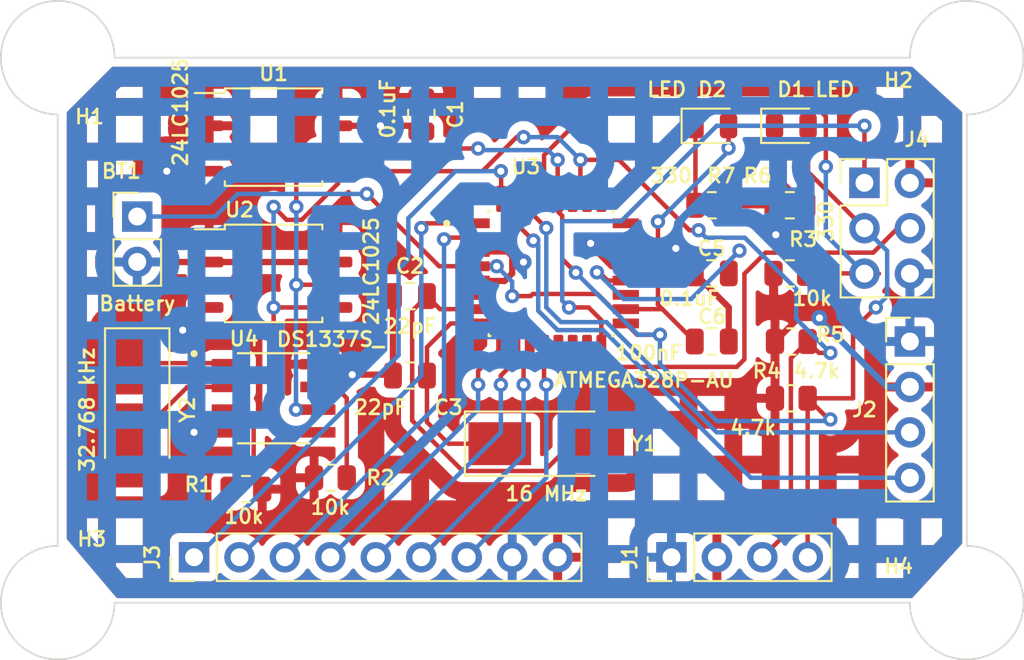
<source format=kicad_pcb>
(kicad_pcb (version 20221018) (generator pcbnew)
  (title_block (title "${project_name}") (date "2023-12-12") (rev "1") (comment 1 "2-Layer PCB version"))
  (layers (0 "F.Cu" mixed) (31 "B.Cu" mixed) (34 "B.Paste" user) (35 "F.Paste" user) (36 "B.SilkS" user "B.Silkscreen") (37 "F.SilkS" user "F.Silkscreen") (38 "B.Mask" user) (39 "F.Mask" user) (44 "Edge.Cuts" user))
  (property "project_name" "MCU Datalogger with memory and clock")
  (net 0 "")
  (net 1 "Net-(BT1-+)")
  (net 2 "GND")
  (net 3 "/Vcc")
  (net 4 "Net-(U3-PB6)")
  (net 5 "Net-(U3-PB7)")
  (net 6 "Net-(U3-AREF)")
  (net 7 "Net-(D1-K)")
  (net 8 "/SCK")
  (net 9 "Net-(D2-K)")
  (net 10 "/SDA")
  (net 11 "/RX")
  (net 12 "/TX")
  (net 13 "/D2")
  (net 14 "/D3")
  (net 15 "/D4")
  (net 16 "/D5")
  (net 17 "/D6")
  (net 18 "/D7")
  (net 19 "/D8")
  (net 20 "/MISO")
  (net 21 "/MOSI")
  (net 22 "/RESET")
  (net 23 "Net-(U4-~{INTA})")
  (net 24 "Net-(U4-SQW{slash}~INT)")
  (net 34 "Net-(U4-X1)")
  (net 35 "Net-(U4-X2)")
  (footprint "Connector_PinHeader_2.54mm:PinHeader_1x04_P2.54mm_Vertical" (layer "F.Cu") (at 255.28 154.94 90)
    (fp_text reference "J1" (at 0 -2.33 90) (layer "F.SilkS") (effects (font (size 0.8 0.8))))
    (fp_text value "Conn_01x04_Pin" hide)
    (pad "1" thru_hole rect (at 0 0 90) (size 1.7 1.7) (drill 1) (layers "*.Cu" "*.Mask") (net 2 "GND"))
    (pad "2" thru_hole oval (at 0 2.54 90) (size 1.7 1.7) (drill 1) (layers "*.Cu" "*.Mask") (net 3 "/Vcc"))
    (pad "3" thru_hole oval (at 0 5.08 90) (size 1.7 1.7) (drill 1) (layers "*.Cu" "*.Mask") (net 10 "/SDA"))
    (pad "4" thru_hole oval (at 0 7.62 90) (size 1.7 1.7) (drill 1) (layers "*.Cu" "*.Mask") (net 8 "/SCK"))
  )
  (footprint "Footprints:SOIC127P600X175-8N" (layer "F.Cu") (at 233.045 146.05)
    (fp_text reference "U4" (at -1.651 -3.332) (layer "F.SilkS") (effects (font (size 0.8 0.8))))
    (fp_text value "DS1337S_" (at 3.175 -3.302) (layer "F.SilkS") (effects (font (size 0.8 0.8))))
    (pad "1" smd roundrect (at -2.475 -1.905) (size 1.97 0.59) (layers "F.Cu" "F.Paste" "F.Mask") (roundrect_rratio 0.07) (net 34 "Net-(U4-X1)"))
    (pad "2" smd roundrect (at -2.475 -0.635) (size 1.97 0.59) (layers "F.Cu" "F.Paste" "F.Mask") (roundrect_rratio 0.07) (net 35 "Net-(U4-X2)"))
    (pad "3" smd roundrect (at -2.475 0.635) (size 1.97 0.59) (layers "F.Cu" "F.Paste" "F.Mask") (roundrect_rratio 0.07) (net 23 "Net-(U4-~{INTA})"))
    (pad "4" smd roundrect (at -2.475 1.905) (size 1.97 0.59) (layers "F.Cu" "F.Paste" "F.Mask") (roundrect_rratio 0.07) (net 2 "GND"))
    (pad "5" smd roundrect (at 2.475 1.905) (size 1.97 0.59) (layers "F.Cu" "F.Paste" "F.Mask") (roundrect_rratio 0.07) (net 10 "/SDA"))
    (pad "6" smd roundrect (at 2.475 0.635) (size 1.97 0.59) (layers "F.Cu" "F.Paste" "F.Mask") (roundrect_rratio 0.07) (net 8 "/SCK"))
    (pad "7" smd roundrect (at 2.475 -0.635) (size 1.97 0.59) (layers "F.Cu" "F.Paste" "F.Mask") (roundrect_rratio 0.07) (net 24 "Net-(U4-SQW{slash}~INT)"))
    (pad "8" smd roundrect (at 2.475 -1.905) (size 1.97 0.59) (layers "F.Cu" "F.Paste" "F.Mask") (roundrect_rratio 0.07) (net 3 "/Vcc"))
  )
  (footprint "Capacitor_SMD:C_0805_2012Metric" (layer "F.Cu") (at 257.5325 139.065)
    (fp_text reference "C5" (at 0 -1.397) (layer "F.SilkS") (effects (font (size 0.8 0.8))))
    (fp_text value "0.1uF" (at -1.2465 1.397) (layer "F.SilkS") (effects (font (size 0.8 0.8))))
    (pad "1" smd roundrect (at -0.95 0) (size 1 1.45) (layers "F.Cu" "F.Paste" "F.Mask") (net 2 "GND"))
    (pad "2" smd roundrect (at 0.95 0) (size 1 1.45) (layers "F.Cu" "F.Paste" "F.Mask") (net 6 "Net-(U3-AREF)"))
  )
  (footprint "Capacitor_SMD:C_0805_2012Metric" (layer "F.Cu") (at 240.665 140.335)
    (fp_text reference "C2" (at 0 -1.68) (layer "F.SilkS") (effects (font (size 0.8 0.8))))
    (fp_text value "22pF" (at 0 1.68) (layer "F.SilkS") (effects (font (size 0.8 0.8))))
    (pad "1" smd roundrect (at -0.95 0) (size 1 1.45) (layers "F.Cu" "F.Paste" "F.Mask") (net 2 "GND"))
    (pad "2" smd roundrect (at 0.95 0) (size 1 1.45) (layers "F.Cu" "F.Paste" "F.Mask") (net 4 "Net-(U3-PB6)"))
  )
  (footprint "Capacitor_SMD:C_0805_2012Metric" (layer "F.Cu") (at 241.3 130.175 -90)
    (fp_text reference "C1" (at 0 -1.905 90) (layer "F.SilkS") (effects (font (size 0.8 0.8))))
    (fp_text value "0.1uF" (at -0.32 1.88 90) (layer "F.SilkS") (effects (font (size 0.8 0.8))))
    (pad "1" smd roundrect (at -0.95 0 270) (size 1 1.45) (layers "F.Cu" "F.Paste" "F.Mask") (net 3 "/Vcc"))
    (pad "2" smd roundrect (at 0.95 0 270) (size 1 1.45) (layers "F.Cu" "F.Paste" "F.Mask") (net 2 "GND"))
  )
  (footprint "Connector_PinHeader_2.54mm:PinHeader_1x09_P2.54mm_Vertical" (layer "F.Cu") (at 228.6 154.94 90)
    (fp_text reference "J3" (at 0 -2.33 90) (layer "F.SilkS") (effects (font (size 0.8 0.8))))
    (fp_text value "Conn_01x09_Pin" hide)
    (pad "1" thru_hole rect (at 0 0 90) (size 1.7 1.7) (drill 1) (layers "*.Cu" "*.Mask") (net 13 "/D2"))
    (pad "2" thru_hole oval (at 0 2.54 90) (size 1.7 1.7) (drill 1) (layers "*.Cu" "*.Mask") (net 14 "/D3"))
    (pad "3" thru_hole oval (at 0 5.08 90) (size 1.7 1.7) (drill 1) (layers "*.Cu" "*.Mask") (net 15 "/D4"))
    (pad "4" thru_hole oval (at 0 7.62 90) (size 1.7 1.7) (drill 1) (layers "*.Cu" "*.Mask") (net 16 "/D5"))
    (pad "5" thru_hole oval (at 0 10.16 90) (size 1.7 1.7) (drill 1) (layers "*.Cu" "*.Mask") (net 17 "/D6"))
    (pad "6" thru_hole oval (at 0 12.7 90) (size 1.7 1.7) (drill 1) (layers "*.Cu" "*.Mask") (net 18 "/D7"))
    (pad "7" thru_hole oval (at 0 15.24 90) (size 1.7 1.7) (drill 1) (layers "*.Cu" "*.Mask") (net 19 "/D8"))
    (pad "8" thru_hole oval (at 0 17.78 90) (size 1.7 1.7) (drill 1) (layers "*.Cu" "*.Mask") (net 2 "GND"))
    (pad "9" thru_hole oval (at 0 20.32 90) (size 1.7 1.7) (drill 1) (layers "*.Cu" "*.Mask") (net 3 "/Vcc"))
  )
  (footprint "Connector_PinHeader_2.54mm:PinHeader_1x04_P2.54mm_Vertical" (layer "F.Cu") (at 268.605 142.875)
    (fp_text reference "J2" (at -2.54 3.81) (layer "F.SilkS") (effects (font (size 0.8 0.8))))
    (fp_text value "Conn_01x04_Pin" hide)
    (pad "1" thru_hole rect (at 0 0) (size 1.7 1.7) (drill 1) (layers "*.Cu" "*.Mask") (net 2 "GND"))
    (pad "2" thru_hole oval (at 0 2.54) (size 1.7 1.7) (drill 1) (layers "*.Cu" "*.Mask") (net 3 "/Vcc"))
    (pad "3" thru_hole oval (at 0 5.08) (size 1.7 1.7) (drill 1) (layers "*.Cu" "*.Mask") (net 11 "/RX"))
    (pad "4" thru_hole oval (at 0 7.62) (size 1.7 1.7) (drill 1) (layers "*.Cu" "*.Mask") (net 12 "/TX"))
  )
  (footprint "Capacitor_SMD:C_0805_2012Metric" (layer "F.Cu") (at 240.665 144.78)
    (fp_text reference "C3" (at 2.159 1.778) (layer "F.SilkS") (effects (font (size 0.8 0.8))))
    (fp_text value "22pF" (at -1.651 1.778) (layer "F.SilkS") (effects (font (size 0.8 0.8))))
    (pad "1" smd roundrect (at -0.95 0) (size 1 1.45) (layers "F.Cu" "F.Paste" "F.Mask") (net 2 "GND"))
    (pad "2" smd roundrect (at 0.95 0) (size 1 1.45) (layers "F.Cu" "F.Paste" "F.Mask") (net 5 "Net-(U3-PB7)"))
  )
  (footprint "MountingHole:MountingHole_2.1mm" (layer "F.Cu") (at 220.98 157.48)
    (fp_text reference "H3" (at 1.905 -3.556) (layer "F.SilkS") (effects (font (size 0.8 0.8))))
    (fp_text value "MountingHole" hide)
    (pad "" np_thru_hole circle (at 0 0) (size 2.1 2.1) (drill 2.1) (layers "*.Cu" "*.Mask"))
  )
  (footprint "Resistor_SMD:R_0805_2012Metric" (layer "F.Cu") (at 257.5325 135.255)
    (fp_text reference "R7" (at 0.5315 -1.651) (layer "F.SilkS") (effects (font (size 0.8 0.8))))
    (fp_text value "330" (at -2.2625 -1.651) (layer "F.SilkS") (effects (font (size 0.8 0.8))))
    (pad "1" smd roundrect (at -0.9125 0) (size 1.025 1.4) (layers "F.Cu" "F.Paste" "F.Mask") (roundrect_rratio 0.243902) (net 9 "Net-(D2-K)"))
    (pad "2" smd roundrect (at 0.9125 0) (size 1.025 1.4) (layers "F.Cu" "F.Paste" "F.Mask") (roundrect_rratio 0.243902) (net 2 "GND"))
  )
  (footprint "Resistor_SMD:R_0805_2012Metric" (layer "F.Cu") (at 236.22 150.495)
    (fp_text reference "R2" (at 2.794 0) (layer "F.SilkS") (effects (font (size 0.8 0.8))))
    (fp_text value "10k" (at 0 1.65) (layer "F.SilkS") (effects (font (size 0.8 0.8))))
    (pad "1" smd roundrect (at -0.9125 0) (size 1.025 1.4) (layers "F.Cu" "F.Paste" "F.Mask") (roundrect_rratio 0.243902) (net 3 "/Vcc"))
    (pad "2" smd roundrect (at 0.9125 0) (size 1.025 1.4) (layers "F.Cu" "F.Paste" "F.Mask") (roundrect_rratio 0.243902) (net 24 "Net-(U4-SQW{slash}~INT)"))
  )
  (footprint "Resistor_SMD:R_0805_2012Metric" (layer "F.Cu") (at 261.9775 146.05)
    (fp_text reference "R4" (at -1.3735 -1.524) (layer "F.SilkS") (effects (font (size 0.8 0.8))))
    (fp_text value "4.7k" (at -2.1355 1.65) (layer "F.SilkS") (effects (font (size 0.8 0.8))))
    (pad "1" smd roundrect (at -0.9125 0) (size 1.025 1.4) (layers "F.Cu" "F.Paste" "F.Mask") (roundrect_rratio 0.243902) (net 3 "/Vcc"))
    (pad "2" smd roundrect (at 0.9125 0) (size 1.025 1.4) (layers "F.Cu" "F.Paste" "F.Mask") (roundrect_rratio 0.243902) (net 8 "/SCK"))
  )
  (footprint "Package_SO:SOIC-8_5.23x5.23mm_P1.27mm" (layer "F.Cu") (at 233.045 139.065)
    (fp_text reference "U2" (at -1.905 -3.56) (layer "F.SilkS") (effects (font (size 0.8 0.8))))
    (fp_text value "24LC1025" (at 5.461 -0.127 90) (layer "F.SilkS") (effects (font (size 0.8 0.8))))
    (pad "1" smd roundrect (at -3.6 -1.905) (size 1.6 0.6) (layers "F.Cu" "F.Paste" "F.Mask") (net 3 "/Vcc"))
    (pad "2" smd roundrect (at -3.6 -0.635) (size 1.6 0.6) (layers "F.Cu" "F.Paste" "F.Mask") (net 2 "GND"))
    (pad "3" smd roundrect (at -3.6 0.635) (size 1.6 0.6) (layers "F.Cu" "F.Paste" "F.Mask") (net 3 "/Vcc"))
    (pad "4" smd roundrect (at -3.6 1.905) (size 1.6 0.6) (layers "F.Cu" "F.Paste" "F.Mask") (net 2 "GND"))
    (pad "5" smd roundrect (at 3.6 1.905) (size 1.6 0.6) (layers "F.Cu" "F.Paste" "F.Mask") (net 10 "/SDA"))
    (pad "6" smd roundrect (at 3.6 0.635) (size 1.6 0.6) (layers "F.Cu" "F.Paste" "F.Mask") (net 8 "/SCK"))
    (pad "7" smd roundrect (at 3.6 -0.635) (size 1.6 0.6) (layers "F.Cu" "F.Paste" "F.Mask") (net 2 "GND"))
    (pad "8" smd roundrect (at 3.6 -1.905) (size 1.6 0.6) (layers "F.Cu" "F.Paste" "F.Mask") (net 3 "/Vcc"))
  )
  (footprint "MountingHole:MountingHole_2.1mm" (layer "F.Cu") (at 271.78 157.48)
    (fp_text reference "H4" (at -3.81 -2.032) (layer "F.SilkS") (effects (font (size 0.8 0.8))))
    (fp_text value "MountingHole" hide)
    (pad "" np_thru_hole circle (at 0 0) (size 2.1 2.1) (drill 2.1) (layers "*.Cu" "*.Mask"))
  )
  (footprint "Connector_PinHeader_2.54mm:PinHeader_1x02_P2.54mm_Vertical" (layer "F.Cu") (at 225.425 135.885)
    (fp_text reference "BT1" (at -0.889 -2.535) (layer "F.SilkS") (effects (font (size 0.8 0.8))))
    (fp_text value "Battery" (at 0 4.87) (layer "F.SilkS") (effects (font (size 0.8 0.8))))
    (pad "1" thru_hole rect (at 0 0) (size 1.7 1.7) (drill 1) (layers "*.Cu" "*.Mask") (net 1 "Net-(BT1-+)"))
    (pad "2" thru_hole oval (at 0 2.54) (size 1.7 1.7) (drill 1) (layers "*.Cu" "*.Mask") (net 2 "GND"))
  )
  (footprint "MountingHole:MountingHole_2.1mm" (layer "F.Cu") (at 220.98 127)
    (fp_text reference "H1" (at 1.778 3.302) (layer "F.SilkS") (effects (font (size 0.8 0.8))))
    (fp_text value "MountingHole" hide)
    (pad "" np_thru_hole circle (at 0 0) (size 2.1 2.1) (drill 2.1) (layers "*.Cu" "*.Mask"))
  )
  (footprint "Resistor_SMD:R_0805_2012Metric" (layer "F.Cu") (at 261.8975 139.065)
    (fp_text reference "R3" (at 0.7385 -1.905) (layer "F.SilkS") (effects (font (size 0.8 0.8))))
    (fp_text value "10k" (at 1.2465 1.397) (layer "F.SilkS") (effects (font (size 0.8 0.8))))
    (pad "1" smd roundrect (at -0.9125 0) (size 1.025 1.4) (layers "F.Cu" "F.Paste" "F.Mask") (roundrect_rratio 0.243902) (net 3 "/Vcc"))
    (pad "2" smd roundrect (at 0.9125 0) (size 1.025 1.4) (layers "F.Cu" "F.Paste" "F.Mask") (roundrect_rratio 0.243902) (net 22 "/RESET"))
  )
  (footprint "Crystal:Crystal_SMD_5032-2Pin_5.0x3.2mm_HandSoldering" (layer "F.Cu") (at 225.425 146.685 -90)
    (fp_text reference "Y2" (at 0 -2.8 90) (layer "F.SilkS") (effects (font (size 0.8 0.8))))
    (fp_text value "32.768 kHz" (at 0 2.8 90) (layer "F.SilkS") (effects (font (size 0.8 0.8))))
    (pad "1" smd rect (at -2.6 0 270) (size 3.5 2.4) (layers "F.Cu" "F.Paste" "F.Mask") (net 34 "Net-(U4-X1)"))
    (pad "2" smd rect (at 2.6 0 270) (size 3.5 2.4) (layers "F.Cu" "F.Paste" "F.Mask") (net 35 "Net-(U4-X2)"))
  )
  (footprint "LED_SMD:LED_0805_2012Metric" (layer "F.Cu") (at 257.5325 130.81)
    (fp_text reference "D2" (at 0.0235 -2.032) (layer "F.SilkS") (effects (font (size 0.8 0.8))))
    (fp_text value "LED" (at -2.5165 -2.032) (layer "F.SilkS") (effects (font (size 0.8 0.8))))
    (pad "1" smd roundrect (at -0.9375 0) (size 0.975 1.4) (layers "F.Cu" "F.Paste" "F.Mask") (net 9 "Net-(D2-K)"))
    (pad "2" smd roundrect (at 0.9375 0) (size 0.975 1.4) (layers "F.Cu" "F.Paste" "F.Mask") (net 1 "Net-(BT1-+)"))
  )
  (footprint "Resistor_SMD:R_0805_2012Metric" (layer "F.Cu") (at 261.8975 135.255)
    (fp_text reference "R6" (at -1.8015 -1.651) (layer "F.SilkS") (effects (font (size 0.8 0.8))))
    (fp_text value "330" (at 2.0085 0.889 -90) (layer "F.SilkS") (effects (font (size 0.8 0.8))))
    (pad "1" smd roundrect (at -0.9125 0) (size 1.025 1.4) (layers "F.Cu" "F.Paste" "F.Mask") (roundrect_rratio 0.243902) (net 2 "GND"))
    (pad "2" smd roundrect (at 0.9125 0) (size 1.025 1.4) (layers "F.Cu" "F.Paste" "F.Mask") (roundrect_rratio 0.243902) (net 7 "Net-(D1-K)"))
  )
  (footprint "Footprints:QFP80P900X900X120-32N" (layer "F.Cu") (at 248.56 139.065)
    (fp_text reference "U3" (at -1.418 -5.969) (layer "F.SilkS") (effects (font (size 0.8 0.8))))
    (fp_text value "ATMEGA328P-AU" (at 5.186 5.969) (layer "F.SilkS") (effects (font (size 0.8 0.8))))
    (pad "1" smd roundrect (at -4.17 -2.8) (size 1.47 0.55) (layers "F.Cu" "F.Paste" "F.Mask") (roundrect_rratio 0.07) (net 14 "/D3"))
    (pad "2" smd roundrect (at -4.17 -2) (size 1.47 0.55) (layers "F.Cu" "F.Paste" "F.Mask") (roundrect_rratio 0.07) (net 15 "/D4"))
    (pad "3" smd roundrect (at -4.17 -1.2) (size 1.47 0.55) (layers "F.Cu" "F.Paste" "F.Mask") (roundrect_rratio 0.07) (net 2 "GND"))
    (pad "4" smd roundrect (at -4.17 -0.4) (size 1.47 0.55) (layers "F.Cu" "F.Paste" "F.Mask") (roundrect_rratio 0.07) (net 1 "Net-(BT1-+)"))
    (pad "5" smd roundrect (at -4.17 0.4) (size 1.47 0.55) (layers "F.Cu" "F.Paste" "F.Mask") (roundrect_rratio 0.07) (net 2 "GND"))
    (pad "6" smd roundrect (at -4.17 1.2) (size 1.47 0.55) (layers "F.Cu" "F.Paste" "F.Mask") (roundrect_rratio 0.07))
    (pad "7" smd roundrect (at -4.17 2) (size 1.47 0.55) (layers "F.Cu" "F.Paste" "F.Mask") (roundrect_rratio 0.07) (net 4 "Net-(U3-PB6)"))
    (pad "8" smd roundrect (at -4.17 2.8) (size 1.47 0.55) (layers "F.Cu" "F.Paste" "F.Mask") (roundrect_rratio 0.07) (net 5 "Net-(U3-PB7)"))
    (pad "9" smd roundrect (at -2.8 4.17) (size 0.55 1.47) (layers "F.Cu" "F.Paste" "F.Mask") (roundrect_rratio 0.18) (net 16 "/D5"))
    (pad "10" smd roundrect (at -2 4.17) (size 0.55 1.47) (layers "F.Cu" "F.Paste" "F.Mask") (roundrect_rratio 0.18) (net 17 "/D6"))
    (pad "11" smd roundrect (at -1.2 4.17) (size 0.55 1.47) (layers "F.Cu" "F.Paste" "F.Mask") (roundrect_rratio 0.18) (net 18 "/D7"))
    (pad "12" smd roundrect (at -0.4 4.17) (size 0.55 1.47) (layers "F.Cu" "F.Paste" "F.Mask") (roundrect_rratio 0.18) (net 19 "/D8"))
    (pad "13" smd roundrect (at 0.4 4.17) (size 0.55 1.47) (layers "F.Cu" "F.Paste" "F.Mask") (roundrect_rratio 0.18))
    (pad "14" smd roundrect (at 1.2 4.17) (size 0.55 1.47) (layers "F.Cu" "F.Paste" "F.Mask") (roundrect_rratio 0.18))
    (pad "15" smd roundrect (at 2 4.17) (size 0.55 1.47) (layers "F.Cu" "F.Paste" "F.Mask") (roundrect_rratio 0.18) (net 21 "/MOSI"))
    (pad "16" smd roundrect (at 2.8 4.17) (size 0.55 1.47) (layers "F.Cu" "F.Paste" "F.Mask") (roundrect_rratio 0.18) (net 20 "/MISO"))
    (pad "17" smd roundrect (at 4.17 2.8) (size 1.47 0.55) (layers "F.Cu" "F.Paste" "F.Mask") (roundrect_rratio 0.07) (net 8 "/SCK"))
    (pad "18" smd roundrect (at 4.17 2) (size 1.47 0.55) (layers "F.Cu" "F.Paste" "F.Mask") (roundrect_rratio 0.07) (net 1 "Net-(BT1-+)"))
    (pad "19" smd roundrect (at 4.17 1.2) (size 1.47 0.55) (layers "F.Cu" "F.Paste" "F.Mask") (roundrect_rratio 0.07))
    (pad "20" smd roundrect (at 4.17 0.4) (size 1.47 0.55) (layers "F.Cu" "F.Paste" "F.Mask") (roundrect_rratio 0.07) (net 6 "Net-(U3-AREF)"))
    (pad "21" smd roundrect (at 4.17 -0.4) (size 1.47 0.55) (layers "F.Cu" "F.Paste" "F.Mask") (roundrect_rratio 0.07) (net 2 "GND"))
    (pad "22" smd roundrect (at 4.17 -1.2) (size 1.47 0.55) (layers "F.Cu" "F.Paste" "F.Mask") (roundrect_rratio 0.07))
    (pad "23" smd roundrect (at 4.17 -2) (size 1.47 0.55) (layers "F.Cu" "F.Paste" "F.Mask") (roundrect_rratio 0.07))
    (pad "24" smd roundrect (at 4.17 -2.8) (size 1.47 0.55) (layers "F.Cu" "F.Paste" "F.Mask") (roundrect_rratio 0.07))
    (pad "25" smd roundrect (at 2.8 -4.17) (size 0.55 1.47) (layers "F.Cu" "F.Paste" "F.Mask") (roundrect_rratio 0.18))
    (pad "26" smd roundrect (at 2 -4.17) (size 0.55 1.47) (layers "F.Cu" "F.Paste" "F.Mask") (roundrect_rratio 0.18))
    (pad "27" smd roundrect (at 1.2 -4.17) (size 0.55 1.47) (layers "F.Cu" "F.Paste" "F.Mask") (roundrect_rratio 0.18) (net 10 "/SDA"))
    (pad "28" smd roundrect (at 0.4 -4.17) (size 0.55 1.47) (layers "F.Cu" "F.Paste" "F.Mask") (roundrect_rratio 0.18) (net 8 "/SCK"))
    (pad "29" smd roundrect (at -0.4 -4.17) (size 0.55 1.47) (layers "F.Cu" "F.Paste" "F.Mask") (roundrect_rratio 0.18) (net 22 "/RESET"))
    (pad "30" smd roundrect (at -1.2 -4.17) (size 0.55 1.47) (layers "F.Cu" "F.Paste" "F.Mask") (roundrect_rratio 0.18) (net 11 "/RX"))
    (pad "31" smd roundrect (at -2 -4.17) (size 0.55 1.47) (layers "F.Cu" "F.Paste" "F.Mask") (roundrect_rratio 0.18) (net 12 "/TX"))
    (pad "32" smd roundrect (at -2.8 -4.17) (size 0.55 1.47) (layers "F.Cu" "F.Paste" "F.Mask") (roundrect_rratio 0.18) (net 13 "/D2"))
  )
  (footprint "Capacitor_SMD:C_0805_2012Metric" (layer "F.Cu") (at 257.5325 142.875)
    (fp_text reference "C6" (at 0.0235 -1.397) (layer "F.SilkS") (effects (font (size 0.8 0.8))))
    (fp_text value "100nF" (at -3.5325 0.635) (layer "F.SilkS") (effects (font (size 0.8 0.8))))
    (pad "1" smd roundrect (at -0.95 0) (size 1 1.45) (layers "F.Cu" "F.Paste" "F.Mask") (net 1 "Net-(BT1-+)"))
    (pad "2" smd roundrect (at 0.95 0) (size 1 1.45) (layers "F.Cu" "F.Paste" "F.Mask") (net 2 "GND"))
  )
  (footprint "Crystal:Crystal_SMD_5032-2Pin_5.0x3.2mm_HandSoldering" (layer "F.Cu") (at 248.285 148.59)
    (fp_text reference "Y1" (at 5.461 0) (layer "F.SilkS") (effects (font (size 0.8 0.8))))
    (fp_text value "16 MHz" (at 0 2.8) (layer "F.SilkS") (effects (font (size 0.8 0.8))))
    (pad "1" smd rect (at -2.6 0) (size 3.5 2.4) (layers "F.Cu" "F.Paste" "F.Mask") (net 5 "Net-(U3-PB7)"))
    (pad "2" smd rect (at 2.6 0) (size 3.5 2.4) (layers "F.Cu" "F.Paste" "F.Mask") (net 4 "Net-(U3-PB6)"))
  )
  (footprint "Resistor_SMD:R_0805_2012Metric" (layer "F.Cu") (at 261.9775 142.875)
    (fp_text reference "R5" (at 2.1825 -0.381) (layer "F.SilkS") (effects (font (size 0.8 0.8))))
    (fp_text value "4.7k" (at 1.4205 1.651) (layer "F.SilkS") (effects (font (size 0.8 0.8))))
    (pad "1" smd roundrect (at -0.9125 0) (size 1.025 1.4) (layers "F.Cu" "F.Paste" "F.Mask") (roundrect_rratio 0.243902) (net 3 "/Vcc"))
    (pad "2" smd roundrect (at 0.9125 0) (size 1.025 1.4) (layers "F.Cu" "F.Paste" "F.Mask") (roundrect_rratio 0.243902) (net 10 "/SDA"))
  )
  (footprint "MountingHole:MountingHole_2.1mm" (layer "F.Cu") (at 271.78 127)
    (fp_text reference "H2" (at -3.81 1.27) (layer "F.SilkS") (effects (font (size 0.8 0.8))))
    (fp_text value "MountingHole" hide)
    (pad "" np_thru_hole circle (at 0 0) (size 2.1 2.1) (drill 2.1) (layers "*.Cu" "*.Mask"))
  )
  (footprint "Package_SO:SOIC-8_5.23x5.23mm_P1.27mm" (layer "F.Cu") (at 233.045 131.445)
    (fp_text reference "U1" (at 0 -3.56) (layer "F.SilkS") (effects (font (size 0.8 0.8))))
    (fp_text value "24LC1025" (at -5.207 -1.397 90) (layer "F.SilkS") (effects (font (size 0.8 0.8))))
    (pad "1" smd roundrect (at -3.6 -1.905) (size 1.6 0.6) (layers "F.Cu" "F.Paste" "F.Mask") (net 3 "/Vcc"))
    (pad "2" smd roundrect (at -3.6 -0.635) (size 1.6 0.6) (layers "F.Cu" "F.Paste" "F.Mask") (net 3 "/Vcc"))
    (pad "3" smd roundrect (at -3.6 0.635) (size 1.6 0.6) (layers "F.Cu" "F.Paste" "F.Mask") (net 3 "/Vcc"))
    (pad "4" smd roundrect (at -3.6 1.905) (size 1.6 0.6) (layers "F.Cu" "F.Paste" "F.Mask") (net 2 "GND"))
    (pad "5" smd roundrect (at 3.6 1.905) (size 1.6 0.6) (layers "F.Cu" "F.Paste" "F.Mask") (net 10 "/SDA"))
    (pad "6" smd roundrect (at 3.6 0.635) (size 1.6 0.6) (layers "F.Cu" "F.Paste" "F.Mask") (net 8 "/SCK"))
    (pad "7" smd roundrect (at 3.6 -0.635) (size 1.6 0.6) (layers "F.Cu" "F.Paste" "F.Mask") (net 2 "GND"))
    (pad "8" smd roundrect (at 3.6 -1.905) (size 1.6 0.6) (layers "F.Cu" "F.Paste" "F.Mask") (net 3 "/Vcc"))
  )
  (footprint "LED_SMD:LED_0805_2012Metric" (layer "F.Cu") (at 261.9775 130.81)
    (fp_text reference "D1" (at 0 -2.032) (layer "F.SilkS") (effects (font (size 0.8 0.8))))
    (fp_text value "LED" (at 2.4365 -2.032) (layer "F.SilkS") (effects (font (size 0.8 0.8))))
    (pad "1" smd roundrect (at -0.9375 0) (size 0.975 1.4) (layers "F.Cu" "F.Paste" "F.Mask") (net 7 "Net-(D1-K)"))
    (pad "2" smd roundrect (at 0.9375 0) (size 0.975 1.4) (layers "F.Cu" "F.Paste" "F.Mask") (net 8 "/SCK"))
  )
  (footprint "Connector_PinHeader_2.54mm:PinHeader_2x03_P2.54mm_Vertical" (layer "F.Cu") (at 266.065 134)
    (fp_text reference "J4" (at 2.921 -2.428) (layer "F.SilkS") (effects (font (size 0.8 0.8))))
    (fp_text value "Conn_02x03_Odd_Even" hide)
    (pad "1" thru_hole rect (at 0 0) (size 1.7 1.7) (drill 1) (layers "*.Cu" "*.Mask") (net 20 "/MISO"))
    (pad "2" thru_hole oval (at 2.54 0) (size 1.7 1.7) (drill 1) (layers "*.Cu" "*.Mask") (net 3 "/Vcc"))
    (pad "3" thru_hole oval (at 0 2.54) (size 1.7 1.7) (drill 1) (layers "*.Cu" "*.Mask") (net 8 "/SCK"))
    (pad "4" thru_hole oval (at 2.54 2.54) (size 1.7 1.7) (drill 1) (layers "*.Cu" "*.Mask") (net 21 "/MOSI"))
    (pad "5" thru_hole oval (at 0 5.08) (size 1.7 1.7) (drill 1) (layers "*.Cu" "*.Mask") (net 22 "/RESET"))
    (pad "6" thru_hole oval (at 2.54 5.08) (size 1.7 1.7) (drill 1) (layers "*.Cu" "*.Mask") (net 2 "GND"))
  )
  (footprint "Resistor_SMD:R_0805_2012Metric" (layer "F.Cu") (at 231.4975 151.13 180)
    (fp_text reference "R1" (at 2.6435 0.254) (layer "F.SilkS") (effects (font (size 0.8 0.8))))
    (fp_text value "10k" (at 0.1035 -1.524) (layer "F.SilkS") (effects (font (size 0.8 0.8))))
    (pad "1" smd roundrect (at -0.9125 0 180) (size 1.025 1.4) (layers "F.Cu" "F.Paste" "F.Mask") (roundrect_rratio 0.243902) (net 3 "/Vcc"))
    (pad "2" smd roundrect (at 0.9125 0 180) (size 1.025 1.4) (layers "F.Cu" "F.Paste" "F.Mask") (roundrect_rratio 0.243902) (net 23 "Net-(U4-~{INTA})"))
  )
  (gr_line (start 224.155 157.48) (end 268.605 157.48) (stroke (width 0.1)) (layer "Edge.Cuts"))
  (gr_arc (start 224.155 157.48) (mid 218.734936 159.725064) (end 220.98 154.305) (stroke (width 0.1)) (layer "Edge.Cuts"))
  (gr_line (start 268.605 127) (end 224.155 127) (stroke (width 0.1)) (layer "Edge.Cuts"))
  (gr_arc (start 268.605 127) (mid 274.025064 124.754936) (end 271.78 130.175) (stroke (width 0.1)) (layer "Edge.Cuts"))
  (gr_line (start 220.98 130.175) (end 220.98 154.305) (stroke (width 0.1)) (layer "Edge.Cuts"))
  (gr_line (start 271.78 154.305) (end 271.78 130.175) (stroke (width 0.1)) (layer "Edge.Cuts"))
  (gr_arc (start 220.98 130.175) (mid 218.734936 124.754936) (end 224.155 127) (stroke (width 0.1)) (layer "Edge.Cuts"))
  (gr_arc (start 271.78 154.305) (mid 274.025064 159.725064) (end 268.605 157.48) (stroke (width 0.1)) (layer "Edge.Cuts"))
  (segment (start 251.144501 140.2145) (end 251.995001 141.065) (width 0.25) (layer "F.Cu") (net 1))
  (segment (start 238.252 134.62) (end 242.297 138.665) (width 0.25) (layer "F.Cu") (net 1))
  (segment (start 252.73 141.065) (end 254.7725 141.065) (width 0.25) (layer "F.Cu") (net 1))
  (segment (start 247.5295 140.2145) (end 247.409 140.335) (width 0.25) (layer "F.Cu") (net 1))
  (segment (start 254.7725 141.065) (end 256.5825 142.875) (width 0.25) (layer "F.Cu") (net 1))
  (segment (start 247.5295 140.2145) (end 251.144501 140.2145) (width 0.25) (layer "F.Cu") (net 1))
  (segment (start 254.524951 136.169549) (end 254.524951 140.817451) (width 0.25) (layer "F.Cu") (net 1))
  (segment (start 253.464999 141.065) (end 252.73 141.065) (width 0.25) (layer "F.Cu") (net 1))
  (segment (start 242.297 138.665) (end 244.39 138.665) (width 0.25) (layer "F.Cu") (net 1))
  (segment (start 254.524951 140.817451) (end 254.7725 141.065) (width 0.25) (layer "F.Cu") (net 1))
  (segment (start 258.47 132.055) (end 258.47 130.81) (width 0.25) (layer "F.Cu") (net 1))
  (segment (start 247.409 140.335) (end 246.38 140.335) (width 0.25) (layer "F.Cu") (net 1))
  (segment (start 245.51 138.665) (end 244.39 138.665) (width 0.25) (layer "F.Cu") (net 1))
  (segment (start 251.995001 141.065) (end 252.73 141.065) (width 0.25) (layer "F.Cu") (net 1))
  (via (at 254.524951 136.169549) (size 0.8) (drill 0.4) (layers "F.Cu" "B.Cu") (net 1))
  (via (at 238.252 134.62) (size 0.8) (drill 0.4) (layers "F.Cu" "B.Cu") (net 1))
  (via (at 258.47 132.055) (size 0.8) (drill 0.4) (layers "F.Cu" "B.Cu") (net 1))
  (via (at 245.51 138.665) (size 0.8) (drill 0.4) (layers "F.Cu" "B.Cu") (net 1))
  (via (at 246.38 140.335) (size 0.8) (drill 0.4) (layers "F.Cu" "B.Cu") (net 1))
  (segment (start 229.771727 135.885) (end 225.425 135.885) (width 0.25) (layer "B.Cu") (net 1))
  (segment (start 246.38 140.335) (end 246.38 139.535) (width 0.25) (layer "B.Cu") (net 1))
  (segment (start 238.252 134.62) (end 231.036727 134.62) (width 0.25) (layer "B.Cu") (net 1))
  (segment (start 258.47 132.2245) (end 258.47 132.055) (width 0.25) (layer "B.Cu") (net 1))
  (segment (start 254.524951 136.169549) (end 258.47 132.2245) (width 0.25) (layer "B.Cu") (net 1))
  (segment (start 231.036727 134.62) (end 229.771727 135.885) (width 0.25) (layer "B.Cu") (net 1))
  (segment (start 246.38 139.535) (end 245.51 138.665) (width 0.25) (layer "B.Cu") (net 1))
  (segment (start 229.792328 140.97) (end 229.445 140.97) (width 0.35) (layer "F.Cu") (net 2))
  (segment (start 239.66301 144.72801) (end 239.715 144.78) (width 0.35) (layer "F.Cu") (net 2))
  (segment (start 246.114364 137.84) (end 246.38 138.105636) (width 0.35) (layer "F.Cu") (net 2))
  (segment (start 225.43 138.43) (end 225.425 138.425) (width 0.35) (layer "F.Cu") (net 2))
  (segment (start 229.445 133.35) (end 227.076 133.35) (width 0.35) (layer "F.Cu") (net 2))
  (segment (start 246.38 139.065) (end 245.955 139.49) (width 0.35) (layer "F.Cu") (net 2))
  (segment (start 240.985 130.81) (end 241.3 131.125) (width 0.35) (layer "F.Cu") (net 2))
  (segment (start 250.7605 137.386226) (end 250.7605 137.485056) (width 0.35) (layer "F.Cu") (net 2))
  (segment (start 239.715 144.78) (end 239.715 140.335) (width 0.35) (layer "F.Cu") (net 2))
  (segment (start 255.524 137.668) (end 255.524 138.0065) (width 0.35) (layer "F.Cu") (net 2))
  (segment (start 244.39 137.865) (end 244.415 137.84) (width 0.35) (layer "F.Cu") (net 2))
  (segment (start 229.445 140.97) (end 229.235 140.97) (width 0.35) (layer "F.Cu") (net 2))
  (segment (start 237.43801 144.72801) (end 239.66301 144.72801) (width 0.35) (layer "F.Cu") (net 2))
  (segment (start 251.940444 138.665) (end 252.73 138.665) (width 0.35) (layer "F.Cu") (net 2))
  (segment (start 236.645 130.81) (end 240.985 130.81) (width 0.35) (layer "F.Cu") (net 2))
  (segment (start 244.415 139.49) (end 244.39 139.465) (width 0.35) (layer "F.Cu") (net 2))
  (segment (start 258.4825 140.965) (end 256.5825 139.065) (width 0.35) (layer "F.Cu") (net 2))
  (segment (start 230.57 147.955) (end 228.6 147.955) (width 0.35) (layer "F.Cu") (net 2))
  (segment (start 244.415 137.84) (end 246.114364 137.84) (width 0.35) (layer "F.Cu") (net 2))
  (segment (start 239.014 130.81) (end 240.985 130.81) (width 0.35) (layer "F.Cu") (net 2))
  (segment (start 245.955 139.49) (end 244.415 139.49) (width 0.35) (layer "F.Cu") (net 2))
  (segment (start 258.4825 142.875) (end 258.4825 140.965) (width 0.35) (layer "F.Cu") (net 2))
  (segment (start 261.112 136.906) (end 260.985 136.779) (width 0.35) (layer "F.Cu") (net 2))
  (segment (start 229.445 138.43) (end 225.43 138.43) (width 0.35) (layer "F.Cu") (net 2))
  (segment (start 260.985 135.255) (end 258.445 135.255) (width 0.35) (layer "F.Cu") (net 2))
  (segment (start 255.524 138.0065) (end 256.5825 139.065) (width 0.35) (layer "F.Cu") (net 2))
  (segment (start 246.38 138.43) (end 246.38 139.065) (width 0.35) (layer "F.Cu") (net 2))
  (segment (start 229.445 138.43) (end 236.645 138.43) (width 0.35) (layer "F.Cu") (net 2))
  (segment (start 246.38 138.43) (end 247.0105 138.43) (width 0.35) (layer "F.Cu") (net 2))
  (segment (start 260.985 136.779) (end 260.985 135.255) (width 0.35) (layer "F.Cu") (net 2))
  (segment (start 246.38 138.105636) (end 246.38 138.43) (width 0.35) (layer "F.Cu") (net 2))
  (segment (start 229.792328 133.35) (end 229.445 133.35) (width 0.35) (layer "F.Cu") (net 2))
  (segment (start 250.7605 137.485056) (end 251.940444 138.665) (width 0.35) (layer "F.Cu") (net 2))
  (segment (start 229.235 140.97) (end 227.965 142.24) (width 0.35) (layer "F.Cu") (net 2))
  (via (at 227.076 133.35) (size 0.9) (drill 0.4) (layers "F.Cu" "B.Cu") (net 2))
  (via (at 255.524 137.668) (size 0.9) (drill 0.4) (layers "F.Cu" "B.Cu") (net 2))
  (via (at 227.965 142.24) (size 0.9) (drill 0.4) (layers "F.Cu" "B.Cu") (net 2))
  (via (at 247.0105 138.43) (size 0.9) (drill 0.4) (layers "F.Cu" "B.Cu") (net 2))
  (via (at 228.6 147.955) (size 0.9) (drill 0.4) (layers "F.Cu" "B.Cu") (net 2))
  (via (at 261.112 136.906) (size 0.9) (drill 0.4) (layers "F.Cu" "B.Cu") (net 2))
  (via (at 239.014 130.81) (size 0.9) (drill 0.4) (layers "F.Cu" "B.Cu") (net 2))
  (via (at 250.7605 137.386226) (size 0.9) (drill 0.4) (layers "F.Cu" "B.Cu") (net 2))
  (via (at 237.43801 144.72801) (size 0.8) (drill 0.4) (layers "F.Cu" "B.Cu") (net 2))
  (segment (start 261.065 139.145) (end 260.985 139.065) (width 0.35) (layer "F.Cu") (net 3))
  (segment (start 229.792328 139.7) (end 229.445 139.7) (width 0.35) (layer "F.Cu") (net 3))
  (segment (start 262.381946 141.558054) (end 263.550996 141.558054) (width 0.35) (layer "F.Cu") (net 3))
  (segment (start 235.52 144.145) (end 234.535001 144.145) (width 0.35) (layer "F.Cu") (net 3))
  (segment (start 261.065 142.875) (end 262.381946 141.558054) (width 0.35) (layer "F.Cu") (net 3))
  (segment (start 261.065 142.875) (end 261.065 139.145) (width 0.35) (layer "F.Cu") (net 3))
  (segment (start 240.985 129.54) (end 241.3 129.225) (width 0.35) (layer "F.Cu") (net 3))
  (via (at 263.550996 141.558054) (size 0.9) (drill 0.4) (layers "F.Cu" "B.Cu") (net 3))
  (segment (start 263.550996 141.558054) (end 263.550996 141.630996) (width 0.35) (layer "B.Cu") (net 3))
  (segment (start 263.550996 141.630996) (end 267.335 145.415) (width 0.35) (layer "B.Cu") (net 3))
  (segment (start 267.335 145.415) (end 268.605 145.415) (width 0.35) (layer "B.Cu") (net 3))
  (segment (start 240.79 141.16) (end 241.615 140.335) (width 0.25) (layer "F.Cu") (net 4))
  (segment (start 243.61 150.115) (end 240.79 147.295) (width 0.25) (layer "F.Cu") (net 4))
  (segment (start 248.17563 150.115) (end 243.61 150.115) (width 0.25) (layer "F.Cu") (net 4))
  (segment (start 241.615 140.335) (end 242.345 141.065) (width 0.25) (layer "F.Cu") (net 4))
  (segment (start 250.885 148.59) (end 249.70063 148.59) (width 0.25) (layer "F.Cu") (net 4))
  (segment (start 242.345 141.065) (end 244.39 141.065) (width 0.25) (layer "F.Cu") (net 4))
  (segment (start 240.79 147.295) (end 240.79 141.16) (width 0.25) (layer "F.Cu") (net 4))
  (segment (start 249.70063 148.59) (end 248.17563 150.115) (width 0.25) (layer "F.Cu") (net 4))
  (segment (start 242.824 148.59) (end 241.615 147.381) (width 0.25) (layer "F.Cu") (net 5))
  (segment (start 245.685 148.59) (end 242.824 148.59) (width 0.25) (layer "F.Cu") (net 5))
  (segment (start 241.615 144.78) (end 241.615 143.195) (width 0.25) (layer "F.Cu") (net 5))
  (segment (start 242.945 141.865) (end 244.39 141.865) (width 0.25) (layer "F.Cu") (net 5))
  (segment (start 241.615 147.381) (end 241.615 144.78) (width 0.25) (layer "F.Cu") (net 5))
  (segment (start 241.615 143.195) (end 242.945 141.865) (width 0.25) (layer "F.Cu") (net 5))
  (segment (start 251.71 139.465) (end 252.73 139.465) (width 0.25) (layer "F.Cu") (net 6))
  (segment (start 251.250227 139.005227) (end 251.71 139.465) (width 0.25) (layer "F.Cu") (net 6))
  (segment (start 259.08 137.795) (end 258.4825 138.3925) (width 0.25) (layer "F.Cu") (net 6))
  (segment (start 258.4825 138.3925) (end 258.4825 139.065) (width 0.25) (layer "F.Cu") (net 6))
  (segment (start 251.114651 139.005227) (end 251.250227 139.005227) (width 0.25) (layer "F.Cu") (net 6))
  (via (at 251.114651 139.005227) (size 0.8) (drill 0.4) (layers "F.Cu" "B.Cu") (net 6))
  (via (at 259.08 137.795) (size 0.8) (drill 0.4) (layers "F.Cu" "B.Cu") (net 6))
  (segment (start 251.114651 139.005227) (end 252.610879 140.501455) (width 0.25) (layer "B.Cu") (net 6))
  (segment (start 256.373545 140.501455) (end 259.08 137.795) (width 0.25) (layer "B.Cu") (net 6))
  (segment (start 252.610879 140.501455) (end 256.373545 140.501455) (width 0.25) (layer "B.Cu") (net 6))
  (segment (start 261.04 130.81) (end 261.04 133.485) (width 0.25) (layer "F.Cu") (net 7))
  (segment (start 261.04 133.485) (end 262.81 135.255) (width 0.25) (layer "F.Cu") (net 7))
  (segment (start 234.315 133.223) (end 235.458 132.08) (width 0.25) (layer "F.Cu") (net 8))
  (segment (start 262.915 130.81) (end 262.915 133.39) (width 0.25) (layer "F.Cu") (net 8))
  (segment (start 262.89 146.05) (end 262.89 154.93) (width 0.25) (layer "F.Cu") (net 8))
  (segment (start 248.92 132.715) (end 248.92 134.855) (width 0.25) (layer "F.Cu") (net 8))
  (segment (start 248.92 134.855) (end 248.96 134.895) (width 0.25) (layer "F.Cu") (net 8))
  (segment (start 249.936 139.022102) (end 249.174 138.260102) (width 0.25) (layer "F.Cu") (net 8))
  (segment (start 249.174 135.843999) (end 248.96 135.629999) (width 0.25) (layer "F.Cu") (net 8))
  (segment (start 262.915 133.39) (end 266.065 136.54) (width 0.25) (layer "F.Cu") (net 8))
  (segment (start 254.635 142.494) (end 253.359 142.494) (width 0.25) (layer "F.Cu") (net 8))
  (segment (start 253.359 142.494) (end 252.73 141.865) (width 0.25) (layer "F.Cu") (net 8))
  (segment (start 264.16 147.2305) (end 264.0705 147.2305) (width 0.25) (layer "F.Cu") (net 8))
  (segment (start 236.645 132.08) (end 244.475 132.08) (width 0.25) (layer "F.Cu") (net 8))
  (segment (start 234.315 135.3445) (end 234.315 133.223) (width 0.25) (layer "F.Cu") (net 8))
  (segment (start 248.96 135.629999) (end 248.96 134.895) (width 0.25) (layer "F.Cu") (net 8))
  (segment (start 248.96 134.160001) (end 248.96 134.895) (width 0.25) (layer "F.Cu") (net 8))
  (segment (start 235.52 146.685) (end 234.297 146.685) (width 0.25) (layer "F.Cu") (net 8))
  (segment (start 249.174 138.260102) (end 249.174 135.843999) (width 0.25) (layer "F.Cu") (net 8))
  (segment (start 235.458 132.08) (end 236.645 132.08) (width 0.25) (layer "F.Cu") (net 8))
  (segment (start 265.43 146.05) (end 262.89 146.05) (width 0.25) (layer "F.Cu") (net 8))
  (segment (start 236.645 139.7) (end 234.315 139.7) (width 0.25) (layer "F.Cu") (net 8))
  (segment (start 264.0705 147.2305) (end 262.89 146.05) (width 0.25) (layer "F.Cu") (net 8))
  (segment (start 265.43 142.24) (end 265.43 146.05) (width 0.25) (layer "F.Cu") (net 8))
  (segment (start 266.7 140.97) (end 265.43 142.24) (width 0.25) (layer "F.Cu") (net 8))
  (segment (start 262.89 154.93) (end 262.9 154.94) (width 0.25) (layer "F.Cu") (net 8))
  (via (at 254.635 142.494) (size 0.8) (drill 0.4) (layers "F.Cu" "B.Cu") (net 8))
  (via (at 266.7 140.97) (size 0.8) (drill 0.4) (layers "F.Cu" "B.Cu") (net 8))
  (via (at 264.16 147.2305) (size 0.8) (drill 0.4) (layers "F.Cu" "B.Cu") (net 8))
  (via (at 244.475 132.08) (size 0.8) (drill 0.4) (layers "F.Cu" "B.Cu") (net 8))
  (via (at 249.936 139.022102) (size 0.8) (drill 0.4) (layers "F.Cu" "B.Cu") (net 8))
  (via (at 234.297 146.685) (size 0.8) (drill 0.4) (layers "F.Cu" "B.Cu") (net 8))
  (via (at 234.315 139.7) (size 0.8) (drill 0.4) (layers "F.Cu" "B.Cu") (net 8))
  (via (at 234.315 135.3445) (size 0.8) (drill 0.4) (layers "F.Cu" "B.Cu") (net 8))
  (via (at 248.92 132.715) (size 0.8) (drill 0.4) (layers "F.Cu" "B.Cu") (net 8))
  (segment (start 244.475 132.08) (end 244.565 132.17) (width 0.25) (layer "B.Cu") (net 8))
  (segment (start 254.635 144.142208) (end 257.812792 147.32) (width 0.25) (layer "B.Cu") (net 8))
  (segment (start 234.315 139.7) (end 234.315 135.3445) (width 0.25) (layer "B.Cu") (net 8))
  (segment (start 254.635 142.494) (end 253.407898 142.494) (width 0.25) (layer "B.Cu") (net 8))
  (segment (start 253.407898 142.494) (end 249.936 139.022102) (width 0.25) (layer "B.Cu") (net 8))
  (segment (start 266.7 140.97) (end 267.335 140.335) (width 0.25) (layer "B.Cu") (net 8))
  (segment (start 244.565 132.17) (end 248.375 132.17) (width 0.25) (layer "B.Cu") (net 8))
  (segment (start 234.297 139.718) (end 234.297 146.685) (width 0.25) (layer "B.Cu") (net 8))
  (segment (start 264.16 147.32) (end 264.16 147.2305) (width 0.25) (layer "B.Cu") (net 8))
  (segment (start 248.375 132.17) (end 248.92 132.715) (width 0.25) (layer "B.Cu") (net 8))
  (segment (start 257.812792 147.32) (end 264.16 147.32) (width 0.25) (layer "B.Cu") (net 8))
  (segment (start 267.335 140.335) (end 267.335 137.81) (width 0.25) (layer "B.Cu") (net 8))
  (segment (start 254.635 142.494) (end 254.635 144.142208) (width 0.25) (layer "B.Cu") (net 8))
  (segment (start 267.335 137.81) (end 266.065 136.54) (width 0.25) (layer "B.Cu") (net 8))
  (segment (start 234.315 139.7) (end 234.297 139.718) (width 0.25) (layer "B.Cu") (net 8))
  (segment (start 256.62 135.255) (end 256.62 130.835) (width 0.25) (layer "F.Cu") (net 9))
  (segment (start 256.62 130.835) (end 256.595 130.81) (width 0.25) (layer "F.Cu") (net 9))
  (segment (start 233.77 136.0695) (end 233.045 135.3445) (width 0.25) (layer "F.Cu") (net 10))
  (segment (start 261.9525 143.8125) (end 261.9525 153.3475) (width 0.25) (layer "F.Cu") (net 10))
  (segment (start 244.719695 133.35) (end 246.624695 131.445) (width 0.25) (layer "F.Cu") (net 10))
  (segment (start 233.424 147.955) (end 235.52 147.955) (width 0.25) (layer "F.Cu") (net 10))
  (segment (start 234.615305 136.0695) (end 233.77 136.0695) (width 0.25) (layer "F.Cu") (net 10))
  (segment (start 263.525 143.51) (end 262.89 142.875) (width 0.25) (layer "F.Cu") (net 10))
  (segment (start 236.645 133.35) (end 236.645 134.039805) (width 0.25) (layer "F.Cu") (net 10))
  (segment (start 250.19 132.715) (end 250.19 133.85063) (width 0.25) (layer "F.Cu") (net 10))
  (segment (start 249.76 134.28063) (end 249.76 134.895) (width 0.25) (layer "F.Cu") (net 10))
  (segment (start 233.045 147.576) (end 233.424 147.955) (width 0.25) (layer "F.Cu") (net 10))
  (segment (start 236.645 140.97) (end 233.045 140.97) (width 0.25) (layer "F.Cu") (net 10))
  (segment (start 233.045 140.97) (end 233.045 147.576) (width 0.25) (layer "F.Cu") (net 10))
  (segment (start 264.16 143.51) (end 263.525 143.51) (width 0.25) (layer "F.Cu") (net 10))
  (segment (start 246.624695 131.445) (end 247.015 131.445) (width 0.25) (layer "F.Cu") (net 10))
  (segment (start 261.9525 153.3475) (end 260.36 154.94) (width 0.25) (layer "F.Cu") (net 10))
  (segment (start 256.794 136.652) (end 256.286 136.652) (width 0.25) (layer "F.Cu") (net 10))
  (segment (start 250.19 133.85063) (end 249.76 134.28063) (width 0.25) (layer "F.Cu") (net 10))
  (segment (start 262.89 142.875) (end 261.9525 143.8125) (width 0.25) (layer "F.Cu") (net 10))
  (segment (start 252.349 132.715) (end 250.19 132.715) (width 0.25) (layer "F.Cu") (net 10))
  (segment (start 256.286 136.652) (end 252.349 132.715) (width 0.25) (layer "F.Cu") (net 10))
  (segment (start 236.645 134.039805) (end 234.615305 136.0695) (width 0.25) (layer "F.Cu") (net 10))
  (segment (start 236.645 133.35) (end 244.719695 133.35) (width 0.25) (layer "F.Cu") (net 10))
  (via (at 250.19 132.715) (size 0.8) (drill 0.4) (layers "F.Cu" "B.Cu") (net 10))
  (via (at 233.045 140.97) (size 0.8) (drill 0.4) (layers "F.Cu" "B.Cu") (net 10))
  (via (at 256.794 136.652) (size 0.8) (drill 0.4) (layers "F.Cu" "B.Cu") (net 10))
  (via (at 233.045 135.3445) (size 0.8) (drill 0.4) (layers "F.Cu" "B.Cu") (net 10))
  (via (at 264.16 143.51) (size 0.8) (drill 0.4) (layers "F.Cu" "B.Cu") (net 10))
  (via (at 247.015 131.445) (size 0.8) (drill 0.4) (layers "F.Cu" "B.Cu") (net 10))
  (segment (start 247.015 131.445) (end 248.92 131.445) (width 0.25) (layer "B.Cu") (net 10))
  (segment (start 262.255 139.944695) (end 262.255 141.605) (width 0.25) (layer "B.Cu") (net 10))
  (segment (start 256.794 136.652) (end 257.212 137.07) (width 0.25) (layer "B.Cu") (net 10))
  (segment (start 248.92 131.445) (end 250.19 132.715) (width 0.25) (layer "B.Cu") (net 10))
  (segment (start 262.255 141.605) (end 264.16 143.51) (width 0.25) (layer "B.Cu") (net 10))
  (segment (start 233.045 135.3445) (end 233.045 140.97) (width 0.25) (layer "B.Cu") (net 10))
  (segment (start 257.212 137.07) (end 259.380305 137.07) (width 0.25) (layer "B.Cu") (net 10))
  (segment (start 259.380305 137.07) (end 262.255 139.944695) (width 0.25) (layer "B.Cu") (net 10))
  (segment (start 247.36 135.6) (end 247.36 134.895) (width 0.25) (layer "F.Cu") (net 11))
  (segment (start 248.285 136.525) (end 247.36 135.6) (width 0.25) (layer "F.Cu") (net 11))
  (via (at 248.285 136.525) (size 0.8) (drill 0.4) (layers "F.Cu" "B.Cu") (net 11))
  (segment (start 251.646396 141.79) (end 257.811396 147.955) (width 0.25) (layer "B.Cu") (net 11))
  (segment (start 249.106396 141.79) (end 251.646396 141.79) (width 0.25) (layer "B.Cu") (net 11))
  (segment (start 248.285 136.525) (end 248.285 140.968604) (width 0.25) (layer "B.Cu") (net 11))
  (segment (start 257.811396 147.955) (end 268.605 147.955) (width 0.25) (layer "B.Cu") (net 11))
  (segment (start 248.285 140.968604) (end 249.106396 141.79) (width 0.25) (layer "B.Cu") (net 11))
  (segment (start 247.5605 137.231755) (end 246.56 136.231255) (width 0.25) (layer "F.Cu") (net 12))
  (segment (start 246.56 136.231255) (end 246.56 134.895) (width 0.25) (layer "F.Cu") (net 12))
  (via (at 247.5605 137.231755) (size 0.8) (drill 0.4) (layers "F.Cu" "B.Cu") (net 12))
  (segment (start 247.835 137.506255) (end 247.835 141.155) (width 0.25) (layer "B.Cu") (net 12))
  (segment (start 247.5605 137.231755) (end 247.835 137.506255) (width 0.25) (layer "B.Cu") (net 12))
  (segment (start 248.92 142.24) (end 251.46 142.24) (width 0.25) (layer "B.Cu") (net 12))
  (segment (start 251.46 142.24) (end 259.715 150.495) (width 0.25) (layer "B.Cu") (net 12))
  (segment (start 259.715 150.495) (end 268.605 150.495) (width 0.25) (layer "B.Cu") (net 12))
  (segment (start 247.835 141.155) (end 248.92 142.24) (width 0.25) (layer "B.Cu") (net 12))
  (segment (start 245.76 134.895) (end 245.76 133.365) (width 0.25) (layer "F.Cu") (net 13))
  (segment (start 245.76 133.365) (end 245.745 133.35) (width 0.25) (layer "F.Cu") (net 13))
  (via (at 245.745 133.35) (size 0.8) (drill 0.4) (layers "F.Cu" "B.Cu") (net 13))
  (segment (start 240.575 138.275305) (end 240.575 135.98) (width 0.25) (layer "B.Cu") (net 13))
  (segment (start 240.575 135.98) (end 243.205 133.35) (width 0.25) (layer "B.Cu") (net 13))
  (segment (start 228.727 154.94) (end 240.03 143.637) (width 0.25) (layer "B.Cu") (net 13))
  (segment (start 243.205 133.35) (end 245.745 133.35) (width 0.25) (layer "B.Cu") (net 13))
  (segment (start 228.6 154.94) (end 228.727 154.94) (width 0.25) (layer "B.Cu") (net 13))
  (segment (start 240.03 143.637) (end 240.03 138.820305) (width 0.25) (layer "B.Cu") (net 13))
  (segment (start 240.03 138.820305) (end 240.575 138.275305) (width 0.25) (layer "B.Cu") (net 13))
  (segment (start 241.56 136.265) (end 241.3 136.525) (width 0.25) (layer "F.Cu") (net 14))
  (segment (start 244.39 136.265) (end 241.56 136.265) (width 0.25) (layer "F.Cu") (net 14))
  (via (at 241.3 136.525) (size 0.8) (drill 0.4) (layers "F.Cu" "B.Cu") (net 14))
  (segment (start 241.3 144.78) (end 241.3 136.525) (width 0.25) (layer "B.Cu") (net 14))
  (segment (start 231.14 154.94) (end 241.3 144.78) (width 0.25) (layer "B.Cu") (net 14))
  (segment (start 242.665 137.065) (end 242.57 137.16) (width 0.25) (layer "F.Cu") (net 15))
  (segment (start 244.39 137.065) (end 242.665 137.065) (width 0.25) (layer "F.Cu") (net 15))
  (via (at 242.57 137.16) (size 0.8) (drill 0.4) (layers "F.Cu" "B.Cu") (net 15))
  (segment (start 242.57 146.05) (end 242.57 137.16) (width 0.25) (layer "B.Cu") (net 15))
  (segment (start 233.68 154.94) (end 242.57 146.05) (width 0.25) (layer "B.Cu") (net 15))
  (segment (start 244.475 144.52) (end 245.76 143.235) (width 0.25) (layer "F.Cu") (net 16))
  (segment (start 244.475 145.288) (end 244.475 144.52) (width 0.25) (layer "F.Cu") (net 16))
  (via (at 244.475 145.288) (size 0.8) (drill 0.4) (layers "F.Cu" "B.Cu") (net 16))
  (segment (start 244.475 146.685) (end 236.22 154.94) (width 0.25) (layer "B.Cu") (net 16))
  (segment (start 244.475 145.288) (end 244.475 146.685) (width 0.25) (layer "B.Cu") (net 16))
  (segment (start 246.56 143.965) (end 246.56 143.235) (width 0.25) (layer "F.Cu") (net 17))
  (segment (start 245.745 144.78) (end 246.56 143.965) (width 0.25) (layer "F.Cu") (net 17))
  (segment (start 245.745 145.288) (end 245.745 144.78) (width 0.25) (layer "F.Cu") (net 17))
  (via (at 245.745 145.288) (size 0.8) (drill 0.4) (layers "F.Cu" "B.Cu") (net 17))
  (segment (start 245.745 145.288) (end 245.745 147.955) (width 0.25) (layer "B.Cu") (net 17))
  (segment (start 245.745 147.955) (end 238.76 154.94) (width 0.25) (layer "B.Cu") (net 17))
  (segment (start 247.36 143.84937) (end 247.36 143.235) (width 0.25) (layer "F.Cu") (net 18))
  (segment (start 247.015 145.288) (end 247.015 144.19437) (width 0.25) (layer "F.Cu") (net 18))
  (segment (start 247.015 144.19437) (end 247.36 143.84937) (width 0.25) (layer "F.Cu") (net 18))
  (via (at 247.015 145.288) (size 0.8) (drill 0.4) (layers "F.Cu" "B.Cu") (net 18))
  (segment (start 247.015 145.288) (end 247.015 149.225) (width 0.25) (layer "B.Cu") (net 18))
  (segment (start 247.015 149.225) (end 241.3 154.94) (width 0.25) (layer "B.Cu") (net 18))
  (segment (start 248.16 145.163) (end 248.16 143.235) (width 0.25) (layer "F.Cu") (net 19))
  (segment (start 248.285 145.288) (end 248.16 145.163) (width 0.25) (layer "F.Cu") (net 19))
  (via (at 248.285 145.288) (size 0.8) (drill 0.4) (layers "F.Cu" "B.Cu") (net 19))
  (segment (start 248.285 150.495) (end 243.84 154.94) (width 0.25) (layer "B.Cu") (net 19))
  (segment (start 248.285 145.288) (end 248.285 150.495) (width 0.25) (layer "B.Cu") (net 19))
  (segment (start 266.065 134) (end 266.065 130.81) (width 0.25) (layer "F.Cu") (net 20))
  (segment (start 249.555 140.97) (end 250.651866 140.97) (width 0.25) (layer "F.Cu") (net 20))
  (segment (start 250.651866 140.97) (end 251.36 141.678134) (width 0.25) (layer "F.Cu") (net 20))
  (segment (start 251.36 141.678134) (end 251.36 143.235) (width 0.25) (layer "F.Cu") (net 20))
  (via (at 249.555 140.97) (size 0.8) (drill 0.4) (layers "F.Cu" "B.Cu") (net 20))
  (via (at 266.065 130.81) (size 0.8) (drill 0.4) (layers "F.Cu" "B.Cu") (net 20))
  (segment (start 249.555 140.97) (end 249.174 140.589) (width 0.25) (layer "B.Cu") (net 20))
  (segment (start 257.81 130.81) (end 266.065 130.81) (width 0.25) (layer "B.Cu") (net 20))
  (segment (start 249.174 136.144) (end 252.476 136.144) (width 0.25) (layer "B.Cu") (net 20))
  (segment (start 249.174 140.589) (end 249.174 136.144) (width 0.25) (layer "B.Cu") (net 20))
  (segment (start 252.476 136.144) (end 257.81 130.81) (width 0.25) (layer "B.Cu") (net 20))
  (segment (start 259.3575 139.08919) (end 259.3575 143.8675) (width 0.25) (layer "F.Cu") (net 21))
  (segment (start 258.93 144.295) (end 250.885001 144.295) (width 0.25) (layer "F.Cu") (net 21))
  (segment (start 266.551701 137.905) (end 260.54169 137.905) (width 0.25) (layer "F.Cu") (net 21))
  (segment (start 260.54169 137.905) (end 259.3575 139.08919) (width 0.25) (layer "F.Cu") (net 21))
  (segment (start 268.605 136.54) (end 267.916701 136.54) (width 0.25) (layer "F.Cu") (net 21))
  (segment (start 259.3575 143.8675) (end 258.93 144.295) (width 0.25) (layer "F.Cu") (net 21))
  (segment (start 250.885001 144.295) (end 250.56 143.969999) (width 0.25) (layer "F.Cu") (net 21))
  (segment (start 267.916701 136.54) (end 266.551701 137.905) (width 0.25) (layer "F.Cu") (net 21))
  (segment (start 250.56 143.969999) (end 250.56 143.235) (width 0.25) (layer "F.Cu") (net 21))
  (segment (start 266.872588 139.08) (end 266.065 139.08) (width 0.25) (layer "F.Cu") (net 22))
  (segment (start 266.05 139.065) (end 266.065 139.08) (width 0.25) (layer "F.Cu") (net 22))
  (segment (start 263.401088 129.785) (end 263.906 130.289912) (width 0.25) (layer "F.Cu") (net 22))
  (segment (start 262.81 139.065) (end 266.05 139.065) (width 0.25) (layer "F.Cu") (net 22))
  (segment (start 255.025 129.785) (end 263.401088 129.785) (width 0.25) (layer "F.Cu") (net 22))
  (segment (start 248.16 132.449695) (end 250.815695 129.794) (width 0.25) (layer "F.Cu") (net 22))
  (segment (start 248.16 134.895) (end 248.16 132.449695) (width 0.25) (layer "F.Cu") (net 22))
  (segment (start 255.016 129.794) (end 255.025 129.785) (width 0.25) (layer "F.Cu") (net 22))
  (segment (start 250.815695 129.794) (end 255.016 129.794) (width 0.25) (layer "F.Cu") (net 22))
  (segment (start 263.906 130.289912) (end 263.906 133.096) (width 0.25) (layer "F.Cu") (net 22))
  (via (at 263.906 133.096) (size 0.8) (drill 0.4) (layers "F.Cu" "B.Cu") (net 22))
  (segment (start 263.906 136.921) (end 266.065 139.08) (width 0.25) (layer "B.Cu") (net 22))
  (segment (start 263.906 133.096) (end 263.906 136.921) (width 0.25) (layer "B.Cu") (net 22))
  (segment (start 230.585 151.13) (end 231.93 149.784999) (width 0.25) (layer "F.Cu") (net 23))
  (segment (start 231.93 149.784999) (end 231.93 147.527718) (width 0.25) (layer "F.Cu") (net 23))
  (segment (start 231.087282 146.685) (end 230.57 146.685) (width 0.25) (layer "F.Cu") (net 23))
  (segment (start 231.93 147.527718) (end 231.087282 146.685) (width 0.25) (layer "F.Cu") (net 23))
  (segment (start 235.52 145.415) (end 236.504999 145.415) (width 0.25) (layer "F.Cu") (net 24))
  (segment (start 236.504999 145.415) (end 237.1325 146.042501) (width 0.25) (layer "F.Cu") (net 24))
  (segment (start 237.1325 146.042501) (end 237.1325 150.495) (width 0.25) (layer "F.Cu") (net 24))
  (segment (start 230.51 144.085) (end 230.57 144.145) (width 0.25) (layer "F.Cu") (net 34))
  (segment (start 225.425 144.085) (end 230.51 144.085) (width 0.25) (layer "F.Cu") (net 34))
  (segment (start 225.425 148.218) (end 228.228 145.415) (width 0.25) (layer "F.Cu") (net 35))
  (segment (start 228.228 145.415) (end 230.57 145.415) (width 0.25) (layer "F.Cu") (net 35))
  (segment (start 225.425 149.285) (end 225.425 148.218) (width 0.25) (layer "F.Cu") (net 35))
  (zone (net 3) (net_name "/Vcc") (layer "F.Cu") (connect_pads (clearance 0.5)) (min_thickness 0.25) (fill yes (mode hatch) (thermal_gap 0.5) (thermal_bridge_width 0.5) (hatch_thickness 1) (hatch_gap 1.5) (hatch_orientation 0) (hatch_border_algorithm hatch_thickness) (hatch_min_hole_area 0.3))
    (polygon (pts (xy 268.732 127.508) (xy 224.028 127.508) (xy 221.488 130.048) (xy 221.488 153.924) (xy 224.282 157.226) (xy 268.732 157.226) (xy 271.526 154.178) (xy 271.526 130.048)))
  )
  (zone (net 2) (net_name "GND") (layer "B.Cu") (connect_pads (clearance 0.5)) (min_thickness 0.25) (fill yes (mode hatch) (thermal_gap 0.5) (thermal_bridge_width 0.5) (hatch_thickness 1) (hatch_gap 1.5) (hatch_orientation 0) (hatch_border_algorithm hatch_thickness) (hatch_min_hole_area 0.3))
    (polygon (pts (xy 268.732 127.508) (xy 224.028 127.508) (xy 221.488 130.048) (xy 221.488 153.924) (xy 224.282 157.226) (xy 268.732 157.226) (xy 271.526 154.178) (xy 271.526 130.048)))
  )
)
</source>
